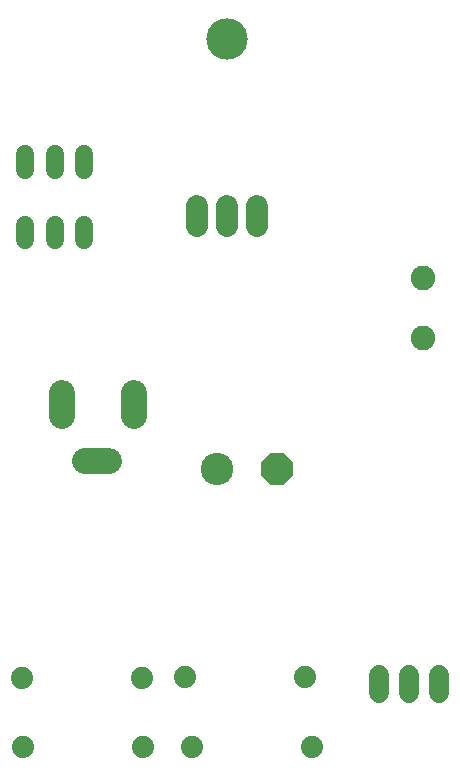
<source format=gbr>
G04 EAGLE Gerber RS-274X export*
G75*
%MOMM*%
%FSLAX34Y34*%
%LPD*%
%INSoldermask Bottom*%
%IPPOS*%
%AMOC8*
5,1,8,0,0,1.08239X$1,22.5*%
G01*
%ADD10C,2.743200*%
%ADD11P,2.969212X8X22.500000*%
%ADD12C,1.879600*%
%ADD13C,2.082800*%
%ADD14C,1.879600*%
%ADD15C,3.505200*%
%ADD16C,1.727200*%
%ADD17C,2.203200*%
%ADD18C,1.524000*%


D10*
X256300Y426200D03*
D11*
X307100Y426200D03*
D12*
X192500Y248600D03*
X90900Y248600D03*
X330300Y250200D03*
X228700Y250200D03*
X193300Y190200D03*
X91700Y190200D03*
X336300Y190200D03*
X234700Y190200D03*
D13*
X430100Y536800D03*
X430100Y587600D03*
D14*
X239200Y631418D02*
X239200Y648182D01*
X264600Y648182D02*
X264600Y631418D01*
X290000Y631418D02*
X290000Y648182D01*
D15*
X264600Y789660D03*
D16*
X392800Y251320D02*
X392800Y236080D01*
X418200Y236080D02*
X418200Y251320D01*
X443600Y251320D02*
X443600Y236080D01*
D17*
X185300Y470500D02*
X185300Y490500D01*
X124300Y490500D02*
X124300Y470500D01*
X144300Y432500D02*
X164300Y432500D01*
D18*
X143592Y619424D02*
X143592Y632632D01*
X93808Y632632D02*
X93808Y619424D01*
X143592Y679368D02*
X143592Y692576D01*
X93808Y692576D02*
X93808Y679368D01*
X118700Y632632D02*
X118700Y619424D01*
X118700Y679368D02*
X118700Y692576D01*
M02*

</source>
